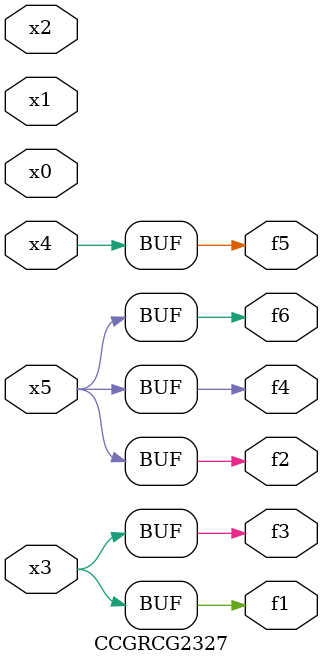
<source format=v>
module CCGRCG2327(
	input x0, x1, x2, x3, x4, x5,
	output f1, f2, f3, f4, f5, f6
);
	assign f1 = x3;
	assign f2 = x5;
	assign f3 = x3;
	assign f4 = x5;
	assign f5 = x4;
	assign f6 = x5;
endmodule

</source>
